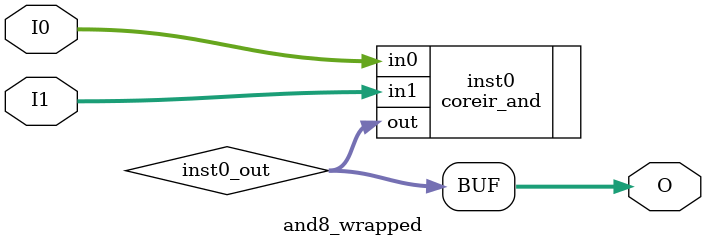
<source format=v>
module and8_wrapped (input [7:0] I0, input [7:0] I1, output [7:0] O);
wire [7:0] inst0_out;
coreir_and inst0 (.in0(I0), .in1(I1), .out(inst0_out));
assign O = inst0_out;
endmodule


</source>
